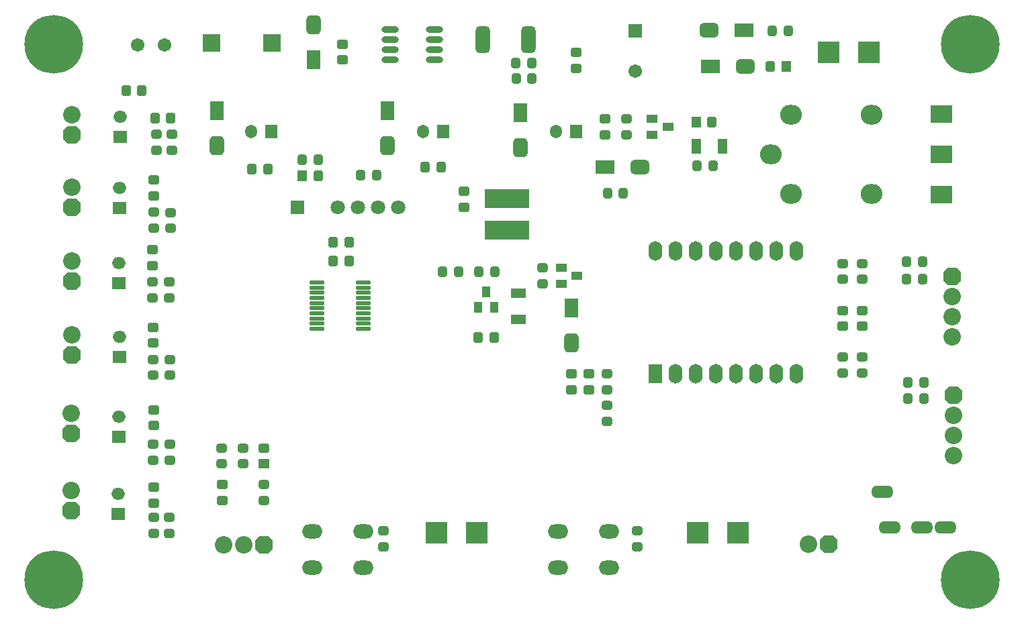
<source format=gts>
G04*
G04 #@! TF.GenerationSoftware,Altium Limited,Altium Designer,23.11.1 (41)*
G04*
G04 Layer_Color=8388736*
%FSTAX24Y24*%
%MOIN*%
G70*
G04*
G04 #@! TF.SameCoordinates,027617FE-0855-4198-9E67-A804299B83E6*
G04*
G04*
G04 #@! TF.FilePolarity,Negative*
G04*
G01*
G75*
%ADD54R,0.0710X0.0946*%
G04:AMPARAMS|DCode=55|XSize=71mil|YSize=94.6mil|CornerRadius=19.7mil|HoleSize=0mil|Usage=FLASHONLY|Rotation=0.000|XOffset=0mil|YOffset=0mil|HoleType=Round|Shape=RoundedRectangle|*
%AMROUNDEDRECTD55*
21,1,0.0710,0.0551,0,0,0.0*
21,1,0.0315,0.0946,0,0,0.0*
1,1,0.0395,0.0157,-0.0276*
1,1,0.0395,-0.0157,-0.0276*
1,1,0.0395,-0.0157,0.0276*
1,1,0.0395,0.0157,0.0276*
%
%ADD55ROUNDEDRECTD55*%
%ADD56R,0.0867X0.0867*%
G04:AMPARAMS|DCode=57|XSize=45.3mil|YSize=53.1mil|CornerRadius=12.8mil|HoleSize=0mil|Usage=FLASHONLY|Rotation=270.000|XOffset=0mil|YOffset=0mil|HoleType=Round|Shape=RoundedRectangle|*
%AMROUNDEDRECTD57*
21,1,0.0453,0.0276,0,0,270.0*
21,1,0.0197,0.0531,0,0,270.0*
1,1,0.0256,-0.0138,-0.0098*
1,1,0.0256,-0.0138,0.0098*
1,1,0.0256,0.0138,0.0098*
1,1,0.0256,0.0138,-0.0098*
%
%ADD57ROUNDEDRECTD57*%
G04:AMPARAMS|DCode=58|XSize=47.4mil|YSize=55.2mil|CornerRadius=13.8mil|HoleSize=0mil|Usage=FLASHONLY|Rotation=90.000|XOffset=0mil|YOffset=0mil|HoleType=Round|Shape=RoundedRectangle|*
%AMROUNDEDRECTD58*
21,1,0.0474,0.0276,0,0,90.0*
21,1,0.0197,0.0552,0,0,90.0*
1,1,0.0277,0.0138,0.0098*
1,1,0.0277,0.0138,-0.0098*
1,1,0.0277,-0.0138,-0.0098*
1,1,0.0277,-0.0138,0.0098*
%
%ADD58ROUNDEDRECTD58*%
G04:AMPARAMS|DCode=59|XSize=45.3mil|YSize=53.1mil|CornerRadius=12.8mil|HoleSize=0mil|Usage=FLASHONLY|Rotation=0.000|XOffset=0mil|YOffset=0mil|HoleType=Round|Shape=RoundedRectangle|*
%AMROUNDEDRECTD59*
21,1,0.0453,0.0276,0,0,0.0*
21,1,0.0197,0.0531,0,0,0.0*
1,1,0.0256,0.0098,-0.0138*
1,1,0.0256,-0.0098,-0.0138*
1,1,0.0256,-0.0098,0.0138*
1,1,0.0256,0.0098,0.0138*
%
%ADD59ROUNDEDRECTD59*%
G04:AMPARAMS|DCode=60|XSize=47.4mil|YSize=55.2mil|CornerRadius=13.8mil|HoleSize=0mil|Usage=FLASHONLY|Rotation=180.000|XOffset=0mil|YOffset=0mil|HoleType=Round|Shape=RoundedRectangle|*
%AMROUNDEDRECTD60*
21,1,0.0474,0.0276,0,0,180.0*
21,1,0.0197,0.0552,0,0,180.0*
1,1,0.0277,-0.0098,0.0138*
1,1,0.0277,0.0098,0.0138*
1,1,0.0277,0.0098,-0.0138*
1,1,0.0277,-0.0098,-0.0138*
%
%ADD60ROUNDEDRECTD60*%
%ADD61R,0.0474X0.0552*%
%ADD62R,0.0552X0.0474*%
%ADD63R,0.0474X0.0749*%
%ADD64R,0.0530X0.0430*%
G04:AMPARAMS|DCode=65|XSize=71mil|YSize=94.6mil|CornerRadius=19.7mil|HoleSize=0mil|Usage=FLASHONLY|Rotation=90.000|XOffset=0mil|YOffset=0mil|HoleType=Round|Shape=RoundedRectangle|*
%AMROUNDEDRECTD65*
21,1,0.0710,0.0551,0,0,90.0*
21,1,0.0315,0.0946,0,0,90.0*
1,1,0.0395,0.0276,0.0157*
1,1,0.0395,0.0276,-0.0157*
1,1,0.0395,-0.0276,-0.0157*
1,1,0.0395,-0.0276,0.0157*
%
%ADD65ROUNDEDRECTD65*%
%ADD66R,0.0946X0.0710*%
G04:AMPARAMS|DCode=67|XSize=71mil|YSize=134mil|CornerRadius=19.7mil|HoleSize=0mil|Usage=FLASHONLY|Rotation=0.000|XOffset=0mil|YOffset=0mil|HoleType=Round|Shape=RoundedRectangle|*
%AMROUNDEDRECTD67*
21,1,0.0710,0.0945,0,0,0.0*
21,1,0.0315,0.1340,0,0,0.0*
1,1,0.0395,0.0157,-0.0472*
1,1,0.0395,-0.0157,-0.0472*
1,1,0.0395,-0.0157,0.0472*
1,1,0.0395,0.0157,0.0472*
%
%ADD67ROUNDEDRECTD67*%
%ADD68O,0.0867X0.0316*%
%ADD69R,0.2245X0.0926*%
%ADD70O,0.0768X0.0217*%
%ADD71R,0.0430X0.0530*%
%ADD72R,0.0749X0.0474*%
%ADD73R,0.1064X0.1064*%
%ADD74R,0.0671X0.0671*%
%ADD75C,0.0671*%
%ADD76O,0.0592X0.0671*%
%ADD77R,0.0592X0.0671*%
%ADD78O,0.1080X0.0980*%
%ADD79O,0.0671X0.0592*%
%ADD80R,0.0671X0.0592*%
%ADD81C,0.0867*%
G04:AMPARAMS|DCode=82|XSize=86.7mil|YSize=86.7mil|CornerRadius=0mil|HoleSize=0mil|Usage=FLASHONLY|Rotation=180.000|XOffset=0mil|YOffset=0mil|HoleType=Round|Shape=Octagon|*
%AMOCTAGOND82*
4,1,8,-0.0434,0.0217,-0.0434,-0.0217,-0.0217,-0.0434,0.0217,-0.0434,0.0434,-0.0217,0.0434,0.0217,0.0217,0.0434,-0.0217,0.0434,-0.0434,0.0217,0.0*
%
%ADD82OCTAGOND82*%

%ADD83C,0.2913*%
%ADD84R,0.0680X0.0980*%
%ADD85O,0.0680X0.0980*%
%ADD86O,0.1104X0.0631*%
%ADD87O,0.1024X0.0709*%
G04:AMPARAMS|DCode=88|XSize=86.7mil|YSize=86.7mil|CornerRadius=0mil|HoleSize=0mil|Usage=FLASHONLY|Rotation=270.000|XOffset=0mil|YOffset=0mil|HoleType=Round|Shape=Octagon|*
%AMOCTAGOND88*
4,1,8,-0.0217,-0.0434,0.0217,-0.0434,0.0434,-0.0217,0.0434,0.0217,0.0217,0.0434,-0.0217,0.0434,-0.0434,0.0217,-0.0434,-0.0217,-0.0217,-0.0434,0.0*
%
%ADD88OCTAGOND88*%

%ADD89R,0.1064X0.0867*%
%ADD90C,0.0710*%
%ADD91R,0.0710X0.0710*%
D54*
X025197Y025267D02*
D03*
X018614Y025341D02*
D03*
X027756Y015551D02*
D03*
X010157Y025348D02*
D03*
X014935Y027875D02*
D03*
D55*
X025197Y023535D02*
D03*
X018614Y023609D02*
D03*
X027756Y013819D02*
D03*
X010157Y023616D02*
D03*
X014935Y029607D02*
D03*
D56*
X012872Y028707D02*
D03*
X009872D02*
D03*
D57*
X007919Y024175D02*
D03*
Y023388D02*
D03*
X029501Y012281D02*
D03*
Y011493D02*
D03*
X012482Y005999D02*
D03*
Y006787D02*
D03*
X029501Y010709D02*
D03*
Y009921D02*
D03*
X011436Y0086D02*
D03*
Y007812D02*
D03*
X010368Y0086D02*
D03*
Y007812D02*
D03*
X031026Y004488D02*
D03*
Y003701D02*
D03*
X018425Y004476D02*
D03*
Y003688D02*
D03*
X042165Y012327D02*
D03*
Y013115D02*
D03*
X041203Y012327D02*
D03*
Y013115D02*
D03*
X042165Y016972D02*
D03*
Y017759D02*
D03*
X041203Y016972D02*
D03*
Y017759D02*
D03*
X007816Y007992D02*
D03*
Y00878D02*
D03*
X006983Y00878D02*
D03*
Y007992D02*
D03*
X007007Y005152D02*
D03*
Y004365D02*
D03*
X007777D02*
D03*
Y005152D02*
D03*
X00701Y020307D02*
D03*
Y01952D02*
D03*
X007849Y019513D02*
D03*
Y020301D02*
D03*
X007781Y01605D02*
D03*
Y016837D02*
D03*
X006948Y016837D02*
D03*
Y01605D02*
D03*
X007145Y024175D02*
D03*
Y023388D02*
D03*
X007824Y012208D02*
D03*
Y012996D02*
D03*
X006963Y012996D02*
D03*
Y012208D02*
D03*
X026328Y017536D02*
D03*
Y016749D02*
D03*
X030492Y024166D02*
D03*
Y024953D02*
D03*
D58*
X028612Y011493D02*
D03*
Y012281D02*
D03*
X010419Y005999D02*
D03*
Y006787D02*
D03*
X012482Y0086D02*
D03*
X042165Y014638D02*
D03*
Y015425D02*
D03*
X041203Y014638D02*
D03*
Y015425D02*
D03*
X027749Y011493D02*
D03*
Y012281D02*
D03*
X007006Y009704D02*
D03*
Y010492D02*
D03*
X007007Y005865D02*
D03*
Y006652D02*
D03*
X006963Y014594D02*
D03*
Y013807D02*
D03*
X006948Y018436D02*
D03*
Y017648D02*
D03*
X007013Y021912D02*
D03*
Y021125D02*
D03*
X027989Y027458D02*
D03*
Y028245D02*
D03*
X016386Y028662D02*
D03*
Y027875D02*
D03*
X022419Y020565D02*
D03*
Y021352D02*
D03*
X029426Y024167D02*
D03*
Y024954D02*
D03*
D59*
X024977Y027724D02*
D03*
X025764D02*
D03*
X045232Y011041D02*
D03*
X044444D02*
D03*
X045232Y011853D02*
D03*
X044444D02*
D03*
X045183Y017846D02*
D03*
X044396D02*
D03*
X045183Y016976D02*
D03*
X044396D02*
D03*
X034782Y022613D02*
D03*
X033994D02*
D03*
X038502Y029331D02*
D03*
X037715D02*
D03*
X025786Y02694D02*
D03*
X024999D02*
D03*
X017292Y022145D02*
D03*
X018079D02*
D03*
X021342Y017363D02*
D03*
X02213D02*
D03*
X023937D02*
D03*
X02315D02*
D03*
X014384Y022933D02*
D03*
X015171D02*
D03*
X030324Y021264D02*
D03*
X029536D02*
D03*
D60*
X006417Y026339D02*
D03*
X00563D02*
D03*
X037624Y027545D02*
D03*
X034725Y024773D02*
D03*
X007067Y024969D02*
D03*
X007854D02*
D03*
X023121Y014094D02*
D03*
X023908D02*
D03*
X015165Y022109D02*
D03*
X015912Y018829D02*
D03*
X016699D02*
D03*
X015912Y017895D02*
D03*
X016699D02*
D03*
X012675Y02246D02*
D03*
X011888D02*
D03*
X021265Y022559D02*
D03*
X020478D02*
D03*
D61*
X038412Y027545D02*
D03*
X033938Y024773D02*
D03*
X014378Y022109D02*
D03*
D62*
X012482Y007812D02*
D03*
D63*
X035237Y023589D02*
D03*
X033938D02*
D03*
D64*
X031751Y024953D02*
D03*
Y024166D02*
D03*
X032538Y02456D02*
D03*
X028024Y017143D02*
D03*
X027236Y016749D02*
D03*
Y017536D02*
D03*
D65*
X03639Y027541D02*
D03*
X03458Y029348D02*
D03*
X03115Y022559D02*
D03*
D66*
X034658Y027541D02*
D03*
X036312Y029348D02*
D03*
X029418Y022559D02*
D03*
D67*
X02334Y028897D02*
D03*
X025624D02*
D03*
D68*
X020956Y02788D02*
D03*
Y02838D02*
D03*
Y02888D02*
D03*
Y02938D02*
D03*
X018751Y02788D02*
D03*
Y02838D02*
D03*
Y02888D02*
D03*
Y02938D02*
D03*
D69*
X024544Y019424D02*
D03*
Y020999D02*
D03*
D70*
X015126Y016824D02*
D03*
Y016568D02*
D03*
Y016312D02*
D03*
Y016056D02*
D03*
Y0158D02*
D03*
Y015544D02*
D03*
Y015288D02*
D03*
Y015033D02*
D03*
Y014777D02*
D03*
Y014521D02*
D03*
X01741Y016824D02*
D03*
Y016568D02*
D03*
Y016312D02*
D03*
Y016056D02*
D03*
Y0158D02*
D03*
Y015544D02*
D03*
Y015288D02*
D03*
Y015033D02*
D03*
Y014777D02*
D03*
Y014521D02*
D03*
D71*
X023514Y016364D02*
D03*
X023908Y015576D02*
D03*
X023121D02*
D03*
D72*
X025101Y016273D02*
D03*
Y014973D02*
D03*
D73*
X040529Y028254D02*
D03*
X042529D02*
D03*
X036026Y00439D02*
D03*
X034026D02*
D03*
X023031D02*
D03*
X021031D02*
D03*
D74*
X030903Y029325D02*
D03*
D75*
Y027325D02*
D03*
X007559Y028604D02*
D03*
X00622D02*
D03*
D76*
X020372Y024305D02*
D03*
X011833D02*
D03*
X026988D02*
D03*
D77*
X021372D02*
D03*
X012833D02*
D03*
X027988D02*
D03*
D78*
X038646Y02516D02*
D03*
X042662Y021223D02*
D03*
X037662Y023191D02*
D03*
X042662Y02516D02*
D03*
X038646Y021223D02*
D03*
D79*
X005326Y021534D02*
D03*
X005343Y025064D02*
D03*
X005296Y010147D02*
D03*
X005265Y017802D02*
D03*
X005261Y006303D02*
D03*
X005301Y014117D02*
D03*
D80*
X005326Y020534D02*
D03*
X005343Y024064D02*
D03*
X005296Y009147D02*
D03*
X005265Y016802D02*
D03*
X005261Y005303D02*
D03*
X005301Y013117D02*
D03*
D81*
X002921Y006484D02*
D03*
X002939Y014217D02*
D03*
Y025164D02*
D03*
Y021558D02*
D03*
Y017885D02*
D03*
X046649Y016126D02*
D03*
Y015126D02*
D03*
Y014126D02*
D03*
X046697Y010205D02*
D03*
Y009205D02*
D03*
Y008205D02*
D03*
X010482Y003787D02*
D03*
X011482D02*
D03*
X039528Y003819D02*
D03*
X002917Y010316D02*
D03*
D82*
X002921Y005484D02*
D03*
X002939Y013217D02*
D03*
Y024164D02*
D03*
Y020558D02*
D03*
Y016885D02*
D03*
X046649Y017126D02*
D03*
X046697Y011205D02*
D03*
X002917Y009316D02*
D03*
D83*
X002047Y028655D02*
D03*
Y002047D02*
D03*
X047559D02*
D03*
Y028661D02*
D03*
D84*
X031922Y012276D02*
D03*
D85*
X032922D02*
D03*
X033922D02*
D03*
X034922D02*
D03*
X035922D02*
D03*
X036922D02*
D03*
X037922D02*
D03*
X038922D02*
D03*
X031922Y018376D02*
D03*
X032922D02*
D03*
X033922D02*
D03*
X034922D02*
D03*
X035922D02*
D03*
X036922D02*
D03*
X037922D02*
D03*
X038922D02*
D03*
D86*
X046316Y004655D02*
D03*
X043166Y006407D02*
D03*
X045135Y004655D02*
D03*
X04356D02*
D03*
D87*
X017402Y004449D02*
D03*
X014882Y002638D02*
D03*
Y004449D02*
D03*
X017402Y002638D02*
D03*
X027087D02*
D03*
X029606Y004449D02*
D03*
Y002638D02*
D03*
X027087Y004449D02*
D03*
D88*
X012482Y003787D02*
D03*
X040528Y003819D02*
D03*
D89*
X046113Y023201D02*
D03*
Y021201D02*
D03*
Y025201D02*
D03*
D90*
X019154Y020537D02*
D03*
X017154D02*
D03*
X016154D02*
D03*
X018154Y020537D02*
D03*
D91*
X014154Y020537D02*
D03*
M02*

</source>
